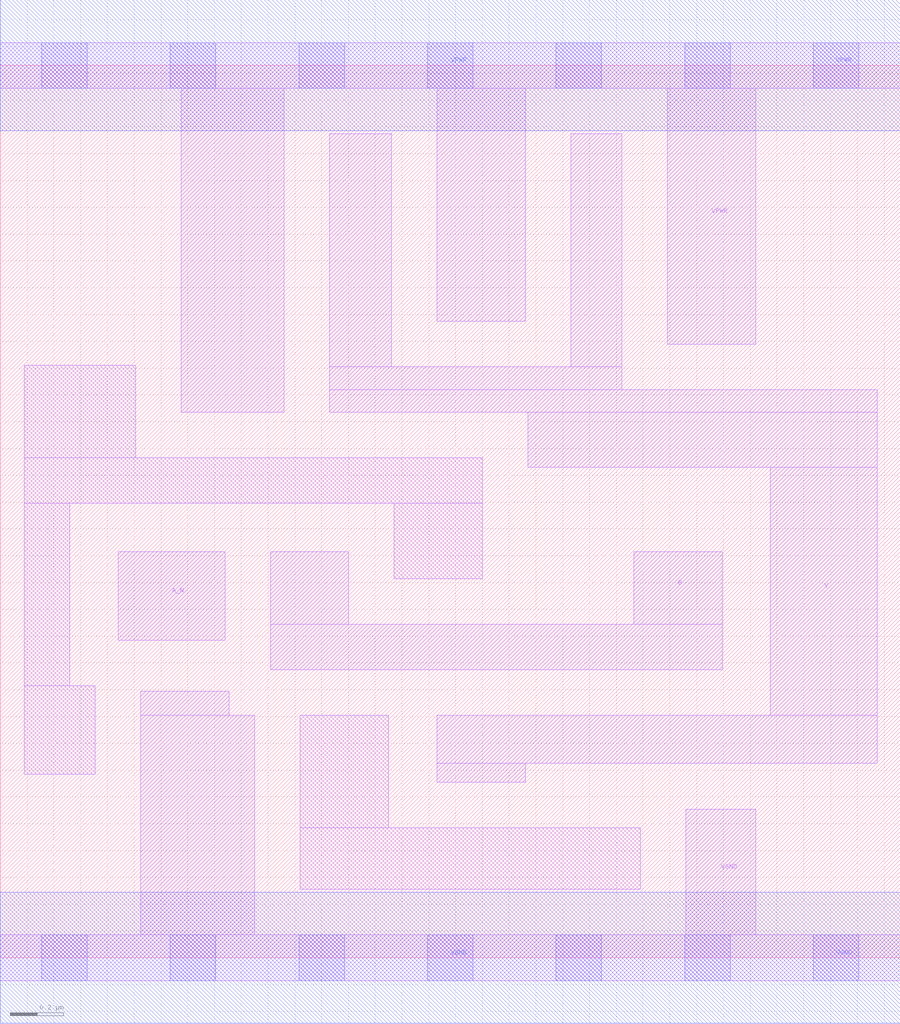
<source format=lef>
# Copyright 2020 The SkyWater PDK Authors
#
# Licensed under the Apache License, Version 2.0 (the "License");
# you may not use this file except in compliance with the License.
# You may obtain a copy of the License at
#
#     https://www.apache.org/licenses/LICENSE-2.0
#
# Unless required by applicable law or agreed to in writing, software
# distributed under the License is distributed on an "AS IS" BASIS,
# WITHOUT WARRANTIES OR CONDITIONS OF ANY KIND, either express or implied.
# See the License for the specific language governing permissions and
# limitations under the License.
#
# SPDX-License-Identifier: Apache-2.0

VERSION 5.7 ;
  NAMESCASESENSITIVE ON ;
  NOWIREEXTENSIONATPIN ON ;
  DIVIDERCHAR "/" ;
  BUSBITCHARS "[]" ;
UNITS
  DATABASE MICRONS 200 ;
END UNITS
MACRO sky130_fd_sc_lp__nand2b_2
  CLASS CORE ;
  SOURCE USER ;
  FOREIGN sky130_fd_sc_lp__nand2b_2 ;
  ORIGIN  0.000000  0.000000 ;
  SIZE  3.360000 BY  3.330000 ;
  SYMMETRY X Y R90 ;
  SITE unit ;
  PIN A_N
    ANTENNAGATEAREA  0.126000 ;
    DIRECTION INPUT ;
    USE SIGNAL ;
    PORT
      LAYER li1 ;
        RECT 0.440000 1.185000 0.840000 1.515000 ;
    END
  END A_N
  PIN B
    ANTENNAGATEAREA  0.630000 ;
    DIRECTION INPUT ;
    USE SIGNAL ;
    PORT
      LAYER li1 ;
        RECT 1.010000 1.075000 2.695000 1.245000 ;
        RECT 1.010000 1.245000 1.300000 1.515000 ;
        RECT 2.365000 1.245000 2.695000 1.515000 ;
    END
  END B
  PIN Y
    ANTENNADIFFAREA  0.970200 ;
    DIRECTION OUTPUT ;
    USE SIGNAL ;
    PORT
      LAYER li1 ;
        RECT 1.230000 2.035000 3.275000 2.120000 ;
        RECT 1.230000 2.120000 2.320000 2.205000 ;
        RECT 1.230000 2.205000 1.460000 3.075000 ;
        RECT 1.630000 0.655000 1.960000 0.725000 ;
        RECT 1.630000 0.725000 3.275000 0.905000 ;
        RECT 1.970000 1.830000 3.275000 2.035000 ;
        RECT 2.130000 2.205000 2.320000 3.075000 ;
        RECT 2.875000 0.905000 3.275000 1.830000 ;
    END
  END Y
  PIN VGND
    DIRECTION INOUT ;
    USE GROUND ;
    PORT
      LAYER li1 ;
        RECT 0.000000 -0.085000 3.360000 0.085000 ;
        RECT 0.525000  0.085000 0.950000 0.905000 ;
        RECT 0.525000  0.905000 0.855000 0.995000 ;
        RECT 2.560000  0.085000 2.820000 0.555000 ;
      LAYER mcon ;
        RECT 0.155000 -0.085000 0.325000 0.085000 ;
        RECT 0.635000 -0.085000 0.805000 0.085000 ;
        RECT 1.115000 -0.085000 1.285000 0.085000 ;
        RECT 1.595000 -0.085000 1.765000 0.085000 ;
        RECT 2.075000 -0.085000 2.245000 0.085000 ;
        RECT 2.555000 -0.085000 2.725000 0.085000 ;
        RECT 3.035000 -0.085000 3.205000 0.085000 ;
      LAYER met1 ;
        RECT 0.000000 -0.245000 3.360000 0.245000 ;
    END
  END VGND
  PIN VPWR
    DIRECTION INOUT ;
    USE POWER ;
    PORT
      LAYER li1 ;
        RECT 0.000000 3.245000 3.360000 3.415000 ;
        RECT 0.675000 2.035000 1.060000 3.245000 ;
        RECT 1.630000 2.375000 1.960000 3.245000 ;
        RECT 2.490000 2.290000 2.820000 3.245000 ;
      LAYER mcon ;
        RECT 0.155000 3.245000 0.325000 3.415000 ;
        RECT 0.635000 3.245000 0.805000 3.415000 ;
        RECT 1.115000 3.245000 1.285000 3.415000 ;
        RECT 1.595000 3.245000 1.765000 3.415000 ;
        RECT 2.075000 3.245000 2.245000 3.415000 ;
        RECT 2.555000 3.245000 2.725000 3.415000 ;
        RECT 3.035000 3.245000 3.205000 3.415000 ;
      LAYER met1 ;
        RECT 0.000000 3.085000 3.360000 3.575000 ;
    END
  END VPWR
  OBS
    LAYER li1 ;
      RECT 0.090000 0.685000 0.355000 1.015000 ;
      RECT 0.090000 1.015000 0.260000 1.695000 ;
      RECT 0.090000 1.695000 1.800000 1.865000 ;
      RECT 0.090000 1.865000 0.505000 2.210000 ;
      RECT 1.120000 0.255000 2.390000 0.485000 ;
      RECT 1.120000 0.485000 1.450000 0.905000 ;
      RECT 1.470000 1.415000 1.800000 1.695000 ;
  END
END sky130_fd_sc_lp__nand2b_2

</source>
